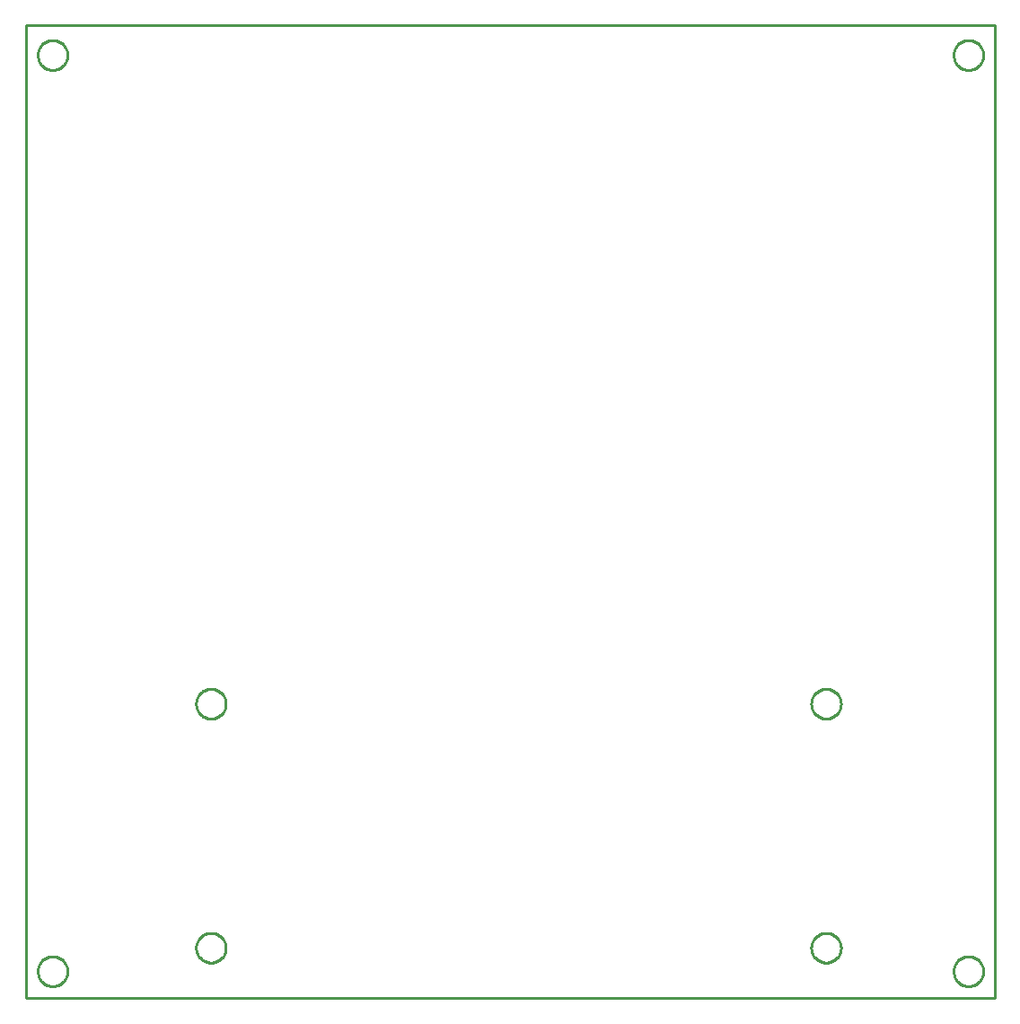
<source format=gbr>
G04 EAGLE Gerber RS-274X export*
G75*
%MOMM*%
%FSLAX34Y34*%
%LPD*%
%IN*%
%IPPOS*%
%AMOC8*
5,1,8,0,0,1.08239X$1,22.5*%
G01*
%ADD10C,0.254000*%


D10*
X0Y0D02*
X913640Y0D01*
X913640Y916840D01*
X0Y916840D01*
X0Y0D01*
X39370Y24901D02*
X39299Y23906D01*
X39157Y22918D01*
X38945Y21943D01*
X38664Y20985D01*
X38315Y20051D01*
X37900Y19143D01*
X37422Y18267D01*
X36883Y17428D01*
X36285Y16629D01*
X35631Y15875D01*
X34925Y15169D01*
X34171Y14515D01*
X33373Y13917D01*
X32533Y13378D01*
X31657Y12900D01*
X30750Y12485D01*
X29815Y12136D01*
X28857Y11855D01*
X27882Y11643D01*
X26894Y11501D01*
X25899Y11430D01*
X24901Y11430D01*
X23906Y11501D01*
X22918Y11643D01*
X21943Y11855D01*
X20985Y12136D01*
X20051Y12485D01*
X19143Y12900D01*
X18267Y13378D01*
X17428Y13917D01*
X16629Y14515D01*
X15875Y15169D01*
X15169Y15875D01*
X14515Y16629D01*
X13917Y17428D01*
X13378Y18267D01*
X12900Y19143D01*
X12485Y20051D01*
X12136Y20985D01*
X11855Y21943D01*
X11643Y22918D01*
X11501Y23906D01*
X11430Y24901D01*
X11430Y25899D01*
X11501Y26894D01*
X11643Y27882D01*
X11855Y28857D01*
X12136Y29815D01*
X12485Y30750D01*
X12900Y31657D01*
X13378Y32533D01*
X13917Y33373D01*
X14515Y34171D01*
X15169Y34925D01*
X15875Y35631D01*
X16629Y36285D01*
X17428Y36883D01*
X18267Y37422D01*
X19143Y37900D01*
X20051Y38315D01*
X20985Y38664D01*
X21943Y38945D01*
X22918Y39157D01*
X23906Y39299D01*
X24901Y39370D01*
X25899Y39370D01*
X26894Y39299D01*
X27882Y39157D01*
X28857Y38945D01*
X29815Y38664D01*
X30750Y38315D01*
X31657Y37900D01*
X32533Y37422D01*
X33373Y36883D01*
X34171Y36285D01*
X34925Y35631D01*
X35631Y34925D01*
X36285Y34171D01*
X36883Y33373D01*
X37422Y32533D01*
X37900Y31657D01*
X38315Y30750D01*
X38664Y29815D01*
X38945Y28857D01*
X39157Y27882D01*
X39299Y26894D01*
X39370Y25899D01*
X39370Y24901D01*
X902970Y24901D02*
X902899Y23906D01*
X902757Y22918D01*
X902545Y21943D01*
X902264Y20985D01*
X901915Y20051D01*
X901500Y19143D01*
X901022Y18267D01*
X900483Y17428D01*
X899885Y16629D01*
X899231Y15875D01*
X898525Y15169D01*
X897771Y14515D01*
X896973Y13917D01*
X896133Y13378D01*
X895257Y12900D01*
X894350Y12485D01*
X893415Y12136D01*
X892457Y11855D01*
X891482Y11643D01*
X890494Y11501D01*
X889499Y11430D01*
X888501Y11430D01*
X887506Y11501D01*
X886518Y11643D01*
X885543Y11855D01*
X884585Y12136D01*
X883651Y12485D01*
X882743Y12900D01*
X881867Y13378D01*
X881028Y13917D01*
X880229Y14515D01*
X879475Y15169D01*
X878769Y15875D01*
X878115Y16629D01*
X877517Y17428D01*
X876978Y18267D01*
X876500Y19143D01*
X876085Y20051D01*
X875736Y20985D01*
X875455Y21943D01*
X875243Y22918D01*
X875101Y23906D01*
X875030Y24901D01*
X875030Y25899D01*
X875101Y26894D01*
X875243Y27882D01*
X875455Y28857D01*
X875736Y29815D01*
X876085Y30750D01*
X876500Y31657D01*
X876978Y32533D01*
X877517Y33373D01*
X878115Y34171D01*
X878769Y34925D01*
X879475Y35631D01*
X880229Y36285D01*
X881028Y36883D01*
X881867Y37422D01*
X882743Y37900D01*
X883651Y38315D01*
X884585Y38664D01*
X885543Y38945D01*
X886518Y39157D01*
X887506Y39299D01*
X888501Y39370D01*
X889499Y39370D01*
X890494Y39299D01*
X891482Y39157D01*
X892457Y38945D01*
X893415Y38664D01*
X894350Y38315D01*
X895257Y37900D01*
X896133Y37422D01*
X896973Y36883D01*
X897771Y36285D01*
X898525Y35631D01*
X899231Y34925D01*
X899885Y34171D01*
X900483Y33373D01*
X901022Y32533D01*
X901500Y31657D01*
X901915Y30750D01*
X902264Y29815D01*
X902545Y28857D01*
X902757Y27882D01*
X902899Y26894D01*
X902970Y25899D01*
X902970Y24901D01*
X39370Y888501D02*
X39299Y887506D01*
X39157Y886518D01*
X38945Y885543D01*
X38664Y884585D01*
X38315Y883651D01*
X37900Y882743D01*
X37422Y881867D01*
X36883Y881028D01*
X36285Y880229D01*
X35631Y879475D01*
X34925Y878769D01*
X34171Y878115D01*
X33373Y877517D01*
X32533Y876978D01*
X31657Y876500D01*
X30750Y876085D01*
X29815Y875736D01*
X28857Y875455D01*
X27882Y875243D01*
X26894Y875101D01*
X25899Y875030D01*
X24901Y875030D01*
X23906Y875101D01*
X22918Y875243D01*
X21943Y875455D01*
X20985Y875736D01*
X20051Y876085D01*
X19143Y876500D01*
X18267Y876978D01*
X17428Y877517D01*
X16629Y878115D01*
X15875Y878769D01*
X15169Y879475D01*
X14515Y880229D01*
X13917Y881028D01*
X13378Y881867D01*
X12900Y882743D01*
X12485Y883651D01*
X12136Y884585D01*
X11855Y885543D01*
X11643Y886518D01*
X11501Y887506D01*
X11430Y888501D01*
X11430Y889499D01*
X11501Y890494D01*
X11643Y891482D01*
X11855Y892457D01*
X12136Y893415D01*
X12485Y894350D01*
X12900Y895257D01*
X13378Y896133D01*
X13917Y896973D01*
X14515Y897771D01*
X15169Y898525D01*
X15875Y899231D01*
X16629Y899885D01*
X17428Y900483D01*
X18267Y901022D01*
X19143Y901500D01*
X20051Y901915D01*
X20985Y902264D01*
X21943Y902545D01*
X22918Y902757D01*
X23906Y902899D01*
X24901Y902970D01*
X25899Y902970D01*
X26894Y902899D01*
X27882Y902757D01*
X28857Y902545D01*
X29815Y902264D01*
X30750Y901915D01*
X31657Y901500D01*
X32533Y901022D01*
X33373Y900483D01*
X34171Y899885D01*
X34925Y899231D01*
X35631Y898525D01*
X36285Y897771D01*
X36883Y896973D01*
X37422Y896133D01*
X37900Y895257D01*
X38315Y894350D01*
X38664Y893415D01*
X38945Y892457D01*
X39157Y891482D01*
X39299Y890494D01*
X39370Y889499D01*
X39370Y888501D01*
X902970Y888501D02*
X902899Y887506D01*
X902757Y886518D01*
X902545Y885543D01*
X902264Y884585D01*
X901915Y883651D01*
X901500Y882743D01*
X901022Y881867D01*
X900483Y881028D01*
X899885Y880229D01*
X899231Y879475D01*
X898525Y878769D01*
X897771Y878115D01*
X896973Y877517D01*
X896133Y876978D01*
X895257Y876500D01*
X894350Y876085D01*
X893415Y875736D01*
X892457Y875455D01*
X891482Y875243D01*
X890494Y875101D01*
X889499Y875030D01*
X888501Y875030D01*
X887506Y875101D01*
X886518Y875243D01*
X885543Y875455D01*
X884585Y875736D01*
X883651Y876085D01*
X882743Y876500D01*
X881867Y876978D01*
X881028Y877517D01*
X880229Y878115D01*
X879475Y878769D01*
X878769Y879475D01*
X878115Y880229D01*
X877517Y881028D01*
X876978Y881867D01*
X876500Y882743D01*
X876085Y883651D01*
X875736Y884585D01*
X875455Y885543D01*
X875243Y886518D01*
X875101Y887506D01*
X875030Y888501D01*
X875030Y889499D01*
X875101Y890494D01*
X875243Y891482D01*
X875455Y892457D01*
X875736Y893415D01*
X876085Y894350D01*
X876500Y895257D01*
X876978Y896133D01*
X877517Y896973D01*
X878115Y897771D01*
X878769Y898525D01*
X879475Y899231D01*
X880229Y899885D01*
X881028Y900483D01*
X881867Y901022D01*
X882743Y901500D01*
X883651Y901915D01*
X884585Y902264D01*
X885543Y902545D01*
X886518Y902757D01*
X887506Y902899D01*
X888501Y902970D01*
X889499Y902970D01*
X890494Y902899D01*
X891482Y902757D01*
X892457Y902545D01*
X893415Y902264D01*
X894350Y901915D01*
X895257Y901500D01*
X896133Y901022D01*
X896973Y900483D01*
X897771Y899885D01*
X898525Y899231D01*
X899231Y898525D01*
X899885Y897771D01*
X900483Y896973D01*
X901022Y896133D01*
X901500Y895257D01*
X901915Y894350D01*
X902264Y893415D01*
X902545Y892457D01*
X902757Y891482D01*
X902899Y890494D01*
X902970Y889499D01*
X902970Y888501D01*
X188730Y277060D02*
X188659Y276063D01*
X188516Y275073D01*
X188304Y274096D01*
X188022Y273136D01*
X187673Y272199D01*
X187257Y271289D01*
X186778Y270412D01*
X186237Y269570D01*
X185638Y268770D01*
X184983Y268014D01*
X184276Y267307D01*
X183520Y266652D01*
X182720Y266053D01*
X181878Y265512D01*
X181001Y265033D01*
X180091Y264617D01*
X179154Y264268D01*
X178195Y263986D01*
X177217Y263774D01*
X176228Y263631D01*
X175230Y263560D01*
X174230Y263560D01*
X173233Y263631D01*
X172243Y263774D01*
X171266Y263986D01*
X170306Y264268D01*
X169369Y264617D01*
X168459Y265033D01*
X167582Y265512D01*
X166740Y266053D01*
X165940Y266652D01*
X165184Y267307D01*
X164477Y268014D01*
X163822Y268770D01*
X163223Y269570D01*
X162682Y270412D01*
X162203Y271289D01*
X161787Y272199D01*
X161438Y273136D01*
X161156Y274096D01*
X160944Y275073D01*
X160801Y276063D01*
X160730Y277060D01*
X160730Y278060D01*
X160801Y279058D01*
X160944Y280047D01*
X161156Y281025D01*
X161438Y281984D01*
X161787Y282921D01*
X162203Y283831D01*
X162682Y284708D01*
X163223Y285550D01*
X163822Y286350D01*
X164477Y287106D01*
X165184Y287813D01*
X165940Y288468D01*
X166740Y289067D01*
X167582Y289608D01*
X168459Y290087D01*
X169369Y290503D01*
X170306Y290852D01*
X171266Y291134D01*
X172243Y291346D01*
X173233Y291489D01*
X174230Y291560D01*
X175230Y291560D01*
X176228Y291489D01*
X177217Y291346D01*
X178195Y291134D01*
X179154Y290852D01*
X180091Y290503D01*
X181001Y290087D01*
X181878Y289608D01*
X182720Y289067D01*
X183520Y288468D01*
X184276Y287813D01*
X184983Y287106D01*
X185638Y286350D01*
X186237Y285550D01*
X186778Y284708D01*
X187257Y283831D01*
X187673Y282921D01*
X188022Y281984D01*
X188304Y281025D01*
X188516Y280047D01*
X188659Y279058D01*
X188730Y278060D01*
X188730Y277060D01*
X188730Y47060D02*
X188659Y46063D01*
X188516Y45073D01*
X188304Y44096D01*
X188022Y43136D01*
X187673Y42199D01*
X187257Y41289D01*
X186778Y40412D01*
X186237Y39570D01*
X185638Y38770D01*
X184983Y38014D01*
X184276Y37307D01*
X183520Y36652D01*
X182720Y36053D01*
X181878Y35512D01*
X181001Y35033D01*
X180091Y34617D01*
X179154Y34268D01*
X178195Y33986D01*
X177217Y33774D01*
X176228Y33631D01*
X175230Y33560D01*
X174230Y33560D01*
X173233Y33631D01*
X172243Y33774D01*
X171266Y33986D01*
X170306Y34268D01*
X169369Y34617D01*
X168459Y35033D01*
X167582Y35512D01*
X166740Y36053D01*
X165940Y36652D01*
X165184Y37307D01*
X164477Y38014D01*
X163822Y38770D01*
X163223Y39570D01*
X162682Y40412D01*
X162203Y41289D01*
X161787Y42199D01*
X161438Y43136D01*
X161156Y44096D01*
X160944Y45073D01*
X160801Y46063D01*
X160730Y47060D01*
X160730Y48060D01*
X160801Y49058D01*
X160944Y50047D01*
X161156Y51025D01*
X161438Y51984D01*
X161787Y52921D01*
X162203Y53831D01*
X162682Y54708D01*
X163223Y55550D01*
X163822Y56350D01*
X164477Y57106D01*
X165184Y57813D01*
X165940Y58468D01*
X166740Y59067D01*
X167582Y59608D01*
X168459Y60087D01*
X169369Y60503D01*
X170306Y60852D01*
X171266Y61134D01*
X172243Y61346D01*
X173233Y61489D01*
X174230Y61560D01*
X175230Y61560D01*
X176228Y61489D01*
X177217Y61346D01*
X178195Y61134D01*
X179154Y60852D01*
X180091Y60503D01*
X181001Y60087D01*
X181878Y59608D01*
X182720Y59067D01*
X183520Y58468D01*
X184276Y57813D01*
X184983Y57106D01*
X185638Y56350D01*
X186237Y55550D01*
X186778Y54708D01*
X187257Y53831D01*
X187673Y52921D01*
X188022Y51984D01*
X188304Y51025D01*
X188516Y50047D01*
X188659Y49058D01*
X188730Y48060D01*
X188730Y47060D01*
X768730Y47060D02*
X768659Y46063D01*
X768516Y45073D01*
X768304Y44096D01*
X768022Y43136D01*
X767673Y42199D01*
X767257Y41289D01*
X766778Y40412D01*
X766237Y39570D01*
X765638Y38770D01*
X764983Y38014D01*
X764276Y37307D01*
X763520Y36652D01*
X762720Y36053D01*
X761878Y35512D01*
X761001Y35033D01*
X760091Y34617D01*
X759154Y34268D01*
X758195Y33986D01*
X757217Y33774D01*
X756228Y33631D01*
X755230Y33560D01*
X754230Y33560D01*
X753233Y33631D01*
X752243Y33774D01*
X751266Y33986D01*
X750306Y34268D01*
X749369Y34617D01*
X748459Y35033D01*
X747582Y35512D01*
X746740Y36053D01*
X745940Y36652D01*
X745184Y37307D01*
X744477Y38014D01*
X743822Y38770D01*
X743223Y39570D01*
X742682Y40412D01*
X742203Y41289D01*
X741787Y42199D01*
X741438Y43136D01*
X741156Y44096D01*
X740944Y45073D01*
X740801Y46063D01*
X740730Y47060D01*
X740730Y48060D01*
X740801Y49058D01*
X740944Y50047D01*
X741156Y51025D01*
X741438Y51984D01*
X741787Y52921D01*
X742203Y53831D01*
X742682Y54708D01*
X743223Y55550D01*
X743822Y56350D01*
X744477Y57106D01*
X745184Y57813D01*
X745940Y58468D01*
X746740Y59067D01*
X747582Y59608D01*
X748459Y60087D01*
X749369Y60503D01*
X750306Y60852D01*
X751266Y61134D01*
X752243Y61346D01*
X753233Y61489D01*
X754230Y61560D01*
X755230Y61560D01*
X756228Y61489D01*
X757217Y61346D01*
X758195Y61134D01*
X759154Y60852D01*
X760091Y60503D01*
X761001Y60087D01*
X761878Y59608D01*
X762720Y59067D01*
X763520Y58468D01*
X764276Y57813D01*
X764983Y57106D01*
X765638Y56350D01*
X766237Y55550D01*
X766778Y54708D01*
X767257Y53831D01*
X767673Y52921D01*
X768022Y51984D01*
X768304Y51025D01*
X768516Y50047D01*
X768659Y49058D01*
X768730Y48060D01*
X768730Y47060D01*
X768730Y277060D02*
X768659Y276063D01*
X768516Y275073D01*
X768304Y274096D01*
X768022Y273136D01*
X767673Y272199D01*
X767257Y271289D01*
X766778Y270412D01*
X766237Y269570D01*
X765638Y268770D01*
X764983Y268014D01*
X764276Y267307D01*
X763520Y266652D01*
X762720Y266053D01*
X761878Y265512D01*
X761001Y265033D01*
X760091Y264617D01*
X759154Y264268D01*
X758195Y263986D01*
X757217Y263774D01*
X756228Y263631D01*
X755230Y263560D01*
X754230Y263560D01*
X753233Y263631D01*
X752243Y263774D01*
X751266Y263986D01*
X750306Y264268D01*
X749369Y264617D01*
X748459Y265033D01*
X747582Y265512D01*
X746740Y266053D01*
X745940Y266652D01*
X745184Y267307D01*
X744477Y268014D01*
X743822Y268770D01*
X743223Y269570D01*
X742682Y270412D01*
X742203Y271289D01*
X741787Y272199D01*
X741438Y273136D01*
X741156Y274096D01*
X740944Y275073D01*
X740801Y276063D01*
X740730Y277060D01*
X740730Y278060D01*
X740801Y279058D01*
X740944Y280047D01*
X741156Y281025D01*
X741438Y281984D01*
X741787Y282921D01*
X742203Y283831D01*
X742682Y284708D01*
X743223Y285550D01*
X743822Y286350D01*
X744477Y287106D01*
X745184Y287813D01*
X745940Y288468D01*
X746740Y289067D01*
X747582Y289608D01*
X748459Y290087D01*
X749369Y290503D01*
X750306Y290852D01*
X751266Y291134D01*
X752243Y291346D01*
X753233Y291489D01*
X754230Y291560D01*
X755230Y291560D01*
X756228Y291489D01*
X757217Y291346D01*
X758195Y291134D01*
X759154Y290852D01*
X760091Y290503D01*
X761001Y290087D01*
X761878Y289608D01*
X762720Y289067D01*
X763520Y288468D01*
X764276Y287813D01*
X764983Y287106D01*
X765638Y286350D01*
X766237Y285550D01*
X766778Y284708D01*
X767257Y283831D01*
X767673Y282921D01*
X768022Y281984D01*
X768304Y281025D01*
X768516Y280047D01*
X768659Y279058D01*
X768730Y278060D01*
X768730Y277060D01*
M02*

</source>
